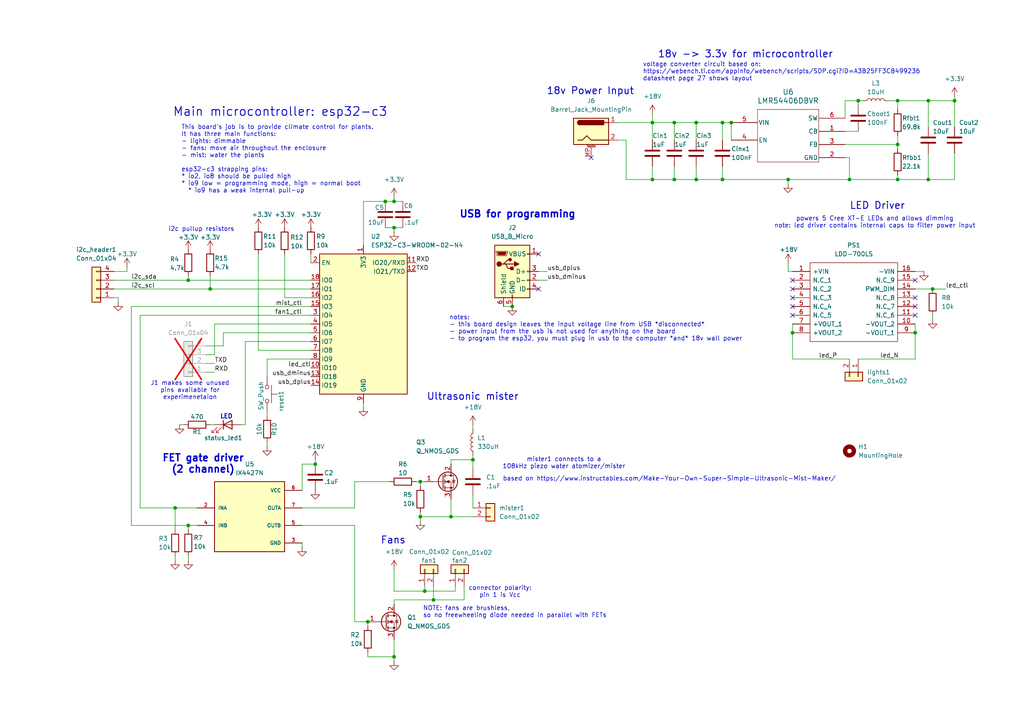
<source format=kicad_sch>
(kicad_sch (version 20250114) (generator "eeschema") (generator_version "9.0")
  (paper "A4")
  (title_block (title "Terrarium Control Board") (date "2025-05-10") (rev "v0.2"))
  (lib_symbols
    (symbol "+3.3V_2" (power) (pin_numbers (hide yes)) (pin_names (offset 0) (hide yes))
      (property "Value" "+3.3V" (at 0 3.556 0))
      (symbol "+3.3V_2_0_1"
        (polyline (pts (xy -0.762 1.27) (xy 0 2.54)))
        (polyline (pts (xy 0 2.54) (xy 0.762 1.27)))
        (polyline (pts (xy 0 0) (xy 0 2.54)))
      )
      (symbol "+3.3V_2_1_1"
        (pin power_in line (at 0 0 90) (length 0) (name "~") (number "1"))
      )
    )
    (symbol "Connector:Barrel_Jack_MountingPin" (pin_names (hide yes))
      (property "Reference" "J" (at 0 5.334 0))
      (property "Value" "Barrel_Jack_MountingPin" (at 1.27 -6.35 0))
      (symbol "Barrel_Jack_MountingPin_0_1"
        (rectangle (start -5.08 3.81) (end 5.08 -3.81) (stroke (width 0.254)) (fill (type background)))
        (polyline (pts (xy -3.81 -2.54) (xy -2.54 -2.54) (xy -1.27 -1.27) (xy 0 -2.54) (xy 2.54 -2.54) (xy 5.08 -2.54)) (stroke (width 0.254)))
        (arc (start -3.302 1.905) (mid -3.9343 2.54) (end -3.302 3.175) (stroke (width 0.254)))
        (arc (start -3.302 1.905) (mid -3.9343 2.54) (end -3.302 3.175) (stroke (width 0.254)) (fill (type outline)))
        (rectangle (start 3.683 3.175) (end -3.302 1.905) (stroke (width 0.254)) (fill (type outline)))
        (polyline (pts (xy 5.08 2.54) (xy 3.81 2.54)) (stroke (width 0.254)))
      )
      (symbol "Barrel_Jack_MountingPin_1_1"
        (polyline (pts (xy -1.016 -4.572) (xy 1.016 -4.572)) (stroke (width 0.1524)))
        (text "Mounting" (at 0 -4.191 0) (effects (font (size 0.381 0.381))))
        (pin passive line (at 0 -7.62 90) (length 3.048) (name "MountPin") (number "MP"))
        (pin passive line (at 7.62 2.54 180) (length 2.54) (name "~") (number "1"))
        (pin passive line (at 7.62 -2.54 180) (length 2.54) (name "~") (number "2"))
      )
    )
    (symbol "Connector:USB_B_Micro" (pin_names (offset 1.016))
      (property "Reference" "J" (at -5.08 11.43 0))
      (property "Value" "USB_B_Micro" (at -5.08 8.89 0))
      (symbol "USB_B_Micro_0_1"
        (rectangle (start -5.08 -7.62) (end 5.08 7.62) (stroke (width 0.254)) (fill (type background)))
        (polyline (pts (xy -4.699 5.842) (xy -4.699 5.588) (xy -4.445 4.826) (xy -4.445 4.572) (xy -1.651 4.572) (xy -1.651 4.826) (xy -1.397 5.588) (xy -1.397 5.842) (xy -4.699 5.842)))
        (polyline (pts (xy -4.318 5.588) (xy -1.778 5.588) (xy -2.032 4.826) (xy -4.064 4.826) (xy -4.318 5.588)) (fill (type outline)))
        (circle (center -3.81 2.159) (radius 0.635) (stroke (width 0.254)) (fill (type outline)))
        (polyline (pts (xy -3.175 2.159) (xy -2.54 2.159) (xy -1.27 3.429) (xy -0.635 3.429)) (stroke (width 0.254)))
        (polyline (pts (xy -2.54 2.159) (xy -1.905 2.159) (xy -1.27 0.889) (xy 0 0.889)) (stroke (width 0.254)))
        (polyline (pts (xy -1.905 2.159) (xy 0.635 2.159)) (stroke (width 0.254)))
        (circle (center -0.635 3.429) (radius 0.381) (stroke (width 0.254)) (fill (type outline)))
        (rectangle (start -0.127 -7.62) (end 0.127 -6.858))
        (rectangle (start 0.254 1.27) (end -0.508 0.508) (stroke (width 0.254)) (fill (type outline)))
        (polyline (pts (xy 0.635 2.794) (xy 0.635 1.524) (xy 1.905 2.159) (xy 0.635 2.794)) (stroke (width 0.254)) (fill (type outline)))
        (rectangle (start 5.08 4.953) (end 4.318 5.207))
        (rectangle (start 5.08 -0.127) (end 4.318 0.127))
        (rectangle (start 5.08 -2.667) (end 4.318 -2.413))
        (rectangle (start 5.08 -5.207) (end 4.318 -4.953))
      )
      (symbol "USB_B_Micro_1_1"
        (pin passive line (at -2.54 -10.16 90) (length 2.54) (name "Shield") (number "6"))
        (pin power_out line (at 0 -10.16 90) (length 2.54) (name "GND") (number "5"))
        (pin power_out line (at 7.62 5.08 180) (length 2.54) (name "VBUS") (number "1"))
        (pin bidirectional line (at 7.62 0 180) (length 2.54) (name "D+") (number "3"))
        (pin bidirectional line (at 7.62 -2.54 180) (length 2.54) (name "D-") (number "2"))
        (pin passive line (at 7.62 -5.08 180) (length 2.54) (name "ID") (number "4"))
      )
    )
    (symbol "Connector_Generic:Conn_01x02" (pin_names (offset 1.016) (hide yes))
      (property "Reference" "J" (at 0 2.54 0))
      (property "Value" "Conn_01x02" (at 0 -5.08 0))
      (symbol "Conn_01x02_1_1"
        (rectangle (start -1.27 1.27) (end 1.27 -3.81) (stroke (width 0.254)) (fill (type background)))
        (rectangle (start -1.27 0.127) (end 0 -0.127) (stroke (width 0.1524)))
        (rectangle (start -1.27 -2.413) (end 0 -2.667) (stroke (width 0.1524)))
        (pin passive line (at -5.08 0 0) (length 3.81) (name "Pin_1") (number "1"))
        (pin passive line (at -5.08 -2.54 0) (length 3.81) (name "Pin_2") (number "2"))
      )
    )
    (symbol "Connector_Generic:Conn_01x04" (pin_names (offset 1.016) (hide yes))
      (property "Reference" "J" (at 0 5.08 0))
      (property "Value" "Conn_01x04" (at 0 -7.62 0))
      (symbol "Conn_01x04_1_1"
        (rectangle (start -1.27 3.81) (end 1.27 -6.35) (stroke (width 0.254)) (fill (type background)))
        (rectangle (start -1.27 2.667) (end 0 2.413) (stroke (width 0.1524)))
        (rectangle (start -1.27 0.127) (end 0 -0.127) (stroke (width 0.1524)))
        (rectangle (start -1.27 -2.413) (end 0 -2.667) (stroke (width 0.1524)))
        (rectangle (start -1.27 -4.953) (end 0 -5.207) (stroke (width 0.1524)))
        (pin passive line (at -5.08 2.54 0) (length 3.81) (name "Pin_1") (number "1"))
        (pin passive line (at -5.08 0 0) (length 3.81) (name "Pin_2") (number "2"))
        (pin passive line (at -5.08 -2.54 0) (length 3.81) (name "Pin_3") (number "3"))
        (pin passive line (at -5.08 -5.08 0) (length 3.81) (name "Pin_4") (number "4"))
      )
    )
    (symbol "Device:C" (pin_numbers (hide yes)) (pin_names (offset 0.254))
      (property "Reference" "C" (at 0.635 2.54 0))
      (property "Value" "C" (at 0.635 -2.54 0))
      (symbol "C_0_1"
        (polyline (pts (xy -2.032 0.762) (xy 2.032 0.762)) (stroke (width 0.508)))
        (polyline (pts (xy -2.032 -0.762) (xy 2.032 -0.762)) (stroke (width 0.508)))
      )
      (symbol "C_1_1"
        (pin passive line (at 0 3.81 270) (length 2.794) (name "~") (number "1"))
        (pin passive line (at 0 -3.81 90) (length 2.794) (name "~") (number "2"))
      )
    )
    (symbol "Device:L" (pin_numbers (hide yes)) (pin_names (offset 1.016) (hide yes))
      (property "Reference" "L" (at -1.27 0 90))
      (property "Value" "L" (at 1.905 0 90))
      (symbol "L_0_1"
        (arc (start 0 2.54) (mid 0.6323 1.905) (end 0 1.27))
        (arc (start 0 1.27) (mid 0.6323 0.635) (end 0 0))
        (arc (start 0 0) (mid 0.6323 -0.635) (end 0 -1.27))
        (arc (start 0 -1.27) (mid 0.6323 -1.905) (end 0 -2.54))
      )
      (symbol "L_1_1"
        (pin passive line (at 0 3.81 270) (length 1.27) (name "1") (number "1"))
        (pin passive line (at 0 -3.81 90) (length 1.27) (name "2") (number "2"))
      )
    )
    (symbol "Device:LED" (pin_numbers (hide yes)) (pin_names (offset 1.016) (hide yes))
      (property "Reference" "D" (at 0 2.54 0))
      (property "Value" "LED" (at 0 -2.54 0))
      (symbol "LED_0_1"
        (polyline (pts (xy -3.048 -0.762) (xy -4.572 -2.286) (xy -3.81 -2.286) (xy -4.572 -2.286) (xy -4.572 -1.524)))
        (polyline (pts (xy -1.778 -0.762) (xy -3.302 -2.286) (xy -2.54 -2.286) (xy -3.302 -2.286) (xy -3.302 -1.524)))
        (polyline (pts (xy -1.27 0) (xy 1.27 0)))
        (polyline (pts (xy -1.27 -1.27) (xy -1.27 1.27)) (stroke (width 0.254)))
        (polyline (pts (xy 1.27 -1.27) (xy 1.27 1.27) (xy -1.27 0) (xy 1.27 -1.27)) (stroke (width 0.254)))
      )
      (symbol "LED_1_1"
        (pin passive line (at -3.81 0 0) (length 2.54) (name "K") (number "1"))
        (pin passive line (at 3.81 0 180) (length 2.54) (name "A") (number "2"))
      )
    )
    (symbol "Device:Q_NMOS_GDS" (pin_names (offset 0) (hide yes))
      (property "Reference" "Q" (at 5.08 1.27 0))
      (property "Value" "Q_NMOS_GDS" (at 5.08 -1.27 0))
      (symbol "Q_NMOS_GDS_0_1"
        (polyline (pts (xy 0.254 1.905) (xy 0.254 -1.905)) (stroke (width 0.254)))
        (polyline (pts (xy 0.254 0) (xy -2.54 0)))
        (polyline (pts (xy 0.762 2.286) (xy 0.762 1.27)) (stroke (width 0.254)))
        (polyline (pts (xy 0.762 0.508) (xy 0.762 -0.508)) (stroke (width 0.254)))
        (polyline (pts (xy 0.762 -1.27) (xy 0.762 -2.286)) (stroke (width 0.254)))
        (polyline (pts (xy 0.762 -1.778) (xy 3.302 -1.778) (xy 3.302 1.778) (xy 0.762 1.778)))
        (polyline (pts (xy 1.016 0) (xy 2.032 0.381) (xy 2.032 -0.381) (xy 1.016 0)) (fill (type outline)))
        (circle (center 1.651 0) (radius 2.794) (stroke (width 0.254)))
        (polyline (pts (xy 2.54 2.54) (xy 2.54 1.778)))
        (circle (center 2.54 1.778) (radius 0.254) (fill (type outline)))
        (circle (center 2.54 -1.778) (radius 0.254) (fill (type outline)))
        (polyline (pts (xy 2.54 -2.54) (xy 2.54 0) (xy 0.762 0)))
        (polyline (pts (xy 2.794 0.508) (xy 2.921 0.381) (xy 3.683 0.381) (xy 3.81 0.254)))
        (polyline (pts (xy 3.302 0.381) (xy 2.921 -0.254) (xy 3.683 -0.254) (xy 3.302 0.381)))
      )
      (symbol "Q_NMOS_GDS_1_1"
        (pin input line (at -5.08 0 0) (length 2.54) (name "G") (number "1"))
        (pin passive line (at 2.54 5.08 270) (length 2.54) (name "D") (number "2"))
        (pin passive line (at 2.54 -5.08 90) (length 2.54) (name "S") (number "3"))
      )
    )
    (symbol "Device:R" (pin_numbers (hide yes)) (pin_names (offset 0))
      (property "Reference" "R" (at 2.032 0 90))
      (property "Value" "R" (at 0 0 90))
      (symbol "R_0_1"
        (rectangle (start -1.016 -2.54) (end 1.016 2.54) (stroke (width 0.254)))
      )
      (symbol "R_1_1"
        (pin passive line (at 0 3.81 270) (length 1.27) (name "~") (number "1"))
        (pin passive line (at 0 -3.81 90) (length 1.27) (name "~") (number "2"))
      )
    )
    (symbol "GND_1" (power) (pin_numbers (hide yes)) (pin_names (offset 0) (hide yes))
      (property "Value" "GND" (at 0 -3.81 0))
      (symbol "GND_1_0_1"
        (polyline (pts (xy 0 0) (xy 0 -1.27) (xy 1.27 -1.27) (xy 0 -2.54) (xy -1.27 -1.27) (xy 0 -1.27)))
      )
      (symbol "GND_1_1_1"
        (pin power_in line (at 0 0 270) (length 0) (name "~") (number "1"))
      )
    )
    (symbol "GND_2" (power) (pin_numbers (hide yes)) (pin_names (offset 0) (hide yes))
      (property "Value" "GND" (at 0 -3.81 0))
      (symbol "GND_2_0_1"
        (polyline (pts (xy 0 0) (xy 0 -1.27) (xy 1.27 -1.27) (xy 0 -2.54) (xy -1.27 -1.27) (xy 0 -1.27)))
      )
      (symbol "GND_2_1_1"
        (pin power_in line (at 0 0 270) (length 0) (name "~") (number "1"))
      )
    )
    (symbol "GND_3" (power) (pin_numbers (hide yes)) (pin_names (offset 0) (hide yes))
      (property "Value" "GND" (at 0 -3.81 0))
      (symbol "GND_3_0_1"
        (polyline (pts (xy 0 0) (xy 0 -1.27) (xy 1.27 -1.27) (xy 0 -2.54) (xy -1.27 -1.27) (xy 0 -1.27)))
      )
      (symbol "GND_3_1_1"
        (pin power_in line (at 0 0 270) (length 0) (name "~") (number "1"))
      )
    )
    (symbol "GND_5" (power) (pin_numbers (hide yes)) (pin_names (offset 0) (hide yes))
      (property "Value" "GND" (at 0 -3.81 0))
      (symbol "GND_5_0_1"
        (polyline (pts (xy 0 0) (xy 0 -1.27) (xy 1.27 -1.27) (xy 0 -2.54) (xy -1.27 -1.27) (xy 0 -1.27)))
      )
      (symbol "GND_5_1_1"
        (pin power_in line (at 0 0 270) (length 0) (name "~") (number "1"))
      )
    )
    (symbol "GND_6" (power) (pin_numbers (hide yes)) (pin_names (offset 0) (hide yes))
      (property "Value" "GND" (at 0 -3.81 0))
      (symbol "GND_6_0_1"
        (polyline (pts (xy 0 0) (xy 0 -1.27) (xy 1.27 -1.27) (xy 0 -2.54) (xy -1.27 -1.27) (xy 0 -1.27)))
      )
      (symbol "GND_6_1_1"
        (pin power_in line (at 0 0 270) (length 0) (name "~") (number "1"))
      )
    )
    (symbol "IX4427N:IX4427N" (pin_names (offset 1.016))
      (property "Reference" "U" (at -10.168 10.8035 0))
      (property "Value" "IX4427N" (at -10.1659 -12.7074 0))
      (symbol "IX4427N_0_0"
        (rectangle (start -10.16 -10.16) (end 10.16 10.16) (stroke (width 0.254)) (fill (type background)))
        (pin input line (at -15.24 2.54 0) (length 5.08) (name "INA") (number "2"))
        (pin input line (at -15.24 -2.54 0) (length 5.08) (name "INB") (number "4"))
        (pin power_in line (at 15.24 7.62 180) (length 5.08) (name "VCC") (number "6"))
        (pin output line (at 15.24 2.54 180) (length 5.08) (name "OUTA") (number "7"))
        (pin output line (at 15.24 -2.54 180) (length 5.08) (name "OUTB") (number "5"))
        (pin power_in line (at 15.24 -7.62 180) (length 5.08) (name "GND") (number "3"))
      )
    )
    (symbol "LDD-700LS:LDD-700LS" (pin_names (offset 0.762))
      (property "Reference" "PS" (at 31.75 7.62 0))
      (property "Value" "LDD-700LS" (at 31.75 5.08 0))
      (symbol "LDD-700LS_0_0"
        (pin unspecified line (at 0 0 0) (length 5.08) (name "+VIN") (number "1"))
        (pin unspecified line (at 0 -2.54 0) (length 5.08) (name "N.C_1") (number "2"))
        (pin unspecified line (at 0 -5.08 0) (length 5.08) (name "N.C_2") (number "3"))
        (pin unspecified line (at 0 -7.62 0) (length 5.08) (name "N.C_3") (number "4"))
        (pin unspecified line (at 0 -10.16 0) (length 5.08) (name "N.C_4") (number "5"))
        (pin unspecified line (at 0 -12.7 0) (length 5.08) (name "N.C_5") (number "6"))
        (pin unspecified line (at 0 -15.24 0) (length 5.08) (name "+VOUT_1") (number "7"))
        (pin unspecified line (at 0 -17.78 0) (length 5.08) (name "+VOUT_2") (number "8"))
        (pin unspecified line (at 35.56 0 180) (length 5.08) (name "-VIN") (number "16"))
        (pin unspecified line (at 35.56 -2.54 180) (length 5.08) (name "N.C_9") (number "15"))
        (pin unspecified line (at 35.56 -5.08 180) (length 5.08) (name "PWM_DIM") (number "14"))
        (pin unspecified line (at 35.56 -7.62 180) (length 5.08) (name "N.C_8") (number "13"))
        (pin unspecified line (at 35.56 -10.16 180) (length 5.08) (name "N.C_7") (number "12"))
        (pin unspecified line (at 35.56 -12.7 180) (length 5.08) (name "N.C_6") (number "11"))
        (pin unspecified line (at 35.56 -15.24 180) (length 5.08) (name "-VOUT_2") (number "10"))
        (pin unspecified line (at 35.56 -17.78 180) (length 5.08) (name "-VOUT_1") (number "9"))
      )
      (symbol "LDD-700LS_0_1"
        (polyline (pts (xy 5.08 2.54) (xy 30.48 2.54) (xy 30.48 -20.32) (xy 5.08 -20.32) (xy 5.08 2.54)) (stroke (width 0.1524)))
      )
    )
    (symbol "LMR54406DBVR:LMR54406DBVR" (pin_names (offset 0.254))
      (property "Reference" "U" (at 16.51 8.89 0))
      (property "Value" "LMR54406DBVR" (at 16.51 6.35 0))
      (symbol "LMR54406DBVR_0_1"
        (polyline (pts (xy 7.62 5.08) (xy 7.62 -10.16)) (stroke (width 0.127)))
        (polyline (pts (xy 7.62 -10.16) (xy 25.4 -10.16)) (stroke (width 0.127)))
        (polyline (pts (xy 25.4 5.08) (xy 7.62 5.08)) (stroke (width 0.127)))
        (polyline (pts (xy 25.4 -10.16) (xy 25.4 5.08)) (stroke (width 0.127)))
        (pin power_in line (at 0 1.27 0) (length 7.62) (name "VIN") (number "5"))
        (pin unspecified line (at 0 -3.81 0) (length 7.62) (name "EN") (number "4"))
        (pin power_in line (at 33.02 2.54 180) (length 7.62) (name "SW") (number "6"))
        (pin power_in line (at 33.02 -1.27 180) (length 7.62) (name "CB") (number "1"))
        (pin unspecified line (at 33.02 -5.08 180) (length 7.62) (name "FB") (number "3"))
        (pin power_out line (at 33.02 -8.89 180) (length 7.62) (name "GND") (number "2"))
      )
    )
    (symbol "Mechanical:MountingHole" (pin_names (offset 1.016)) (exclude_from_sim yes) (in_bom no)
      (property "Reference" "H" (at 0 5.08 0))
      (property "Value" "MountingHole" (at 0 3.175 0))
      (symbol "MountingHole_0_1"
        (circle (center 0 0) (radius 1.27) (stroke (width 1.27)))
      )
    )
    (symbol "RF_Module:ESP32-C3-WROOM-02"
      (property "Reference" "U" (at -12.192 21.336 0))
      (property "Value" "ESP32-C3-WROOM-02" (at 12.192 21.336 0))
      (symbol "ESP32-C3-WROOM-02_1_1"
        (rectangle (start -12.7 20.32) (end 12.7 -20.32) (stroke (width 0.254)) (fill (type background)))
        (pin input line (at -15.24 17.78 0) (length 2.54) (name "EN") (number "2"))
        (pin bidirectional line (at -15.24 12.7 0) (length 2.54) (name "IO0") (number "18"))
        (pin bidirectional line (at -15.24 10.16 0) (length 2.54) (name "IO1") (number "17"))
        (pin bidirectional line (at -15.24 7.62 0) (length 2.54) (name "IO2") (number "16"))
        (pin bidirectional line (at -15.24 5.08 0) (length 2.54) (name "IO3") (number "15"))
        (pin bidirectional line (at -15.24 2.54 0) (length 2.54) (name "IO4") (number "3"))
        (pin bidirectional line (at -15.24 0 0) (length 2.54) (name "IO5") (number "4"))
        (pin bidirectional line (at -15.24 -2.54 0) (length 2.54) (name "IO6") (number "5"))
        (pin bidirectional line (at -15.24 -5.08 0) (length 2.54) (name "IO7") (number "6"))
        (pin bidirectional line (at -15.24 -7.62 0) (length 2.54) (name "IO8") (number "7"))
        (pin bidirectional line (at -15.24 -10.16 0) (length 2.54) (name "IO9") (number "8"))
        (pin bidirectional line (at -15.24 -12.7 0) (length 2.54) (name "IO10") (number "10"))
        (pin bidirectional line (at -15.24 -15.24 0) (length 2.54) (name "IO18") (number "13"))
        (pin bidirectional line (at -15.24 -17.78 0) (length 2.54) (name "IO19") (number "14"))
        (pin power_in line (at 0 22.86 270) (length 2.54) (name "3V3") (number "1"))
        (pin passive line (at 0 -22.86 90) (length 2.54) (hide yes) (name "GND") (number "19"))
        (pin power_in line (at 0 -22.86 90) (length 2.54) (name "GND") (number "9"))
        (pin bidirectional line (at 15.24 17.78 180) (length 2.54) (name "IO20/RXD") (number "11"))
        (pin bidirectional line (at 15.24 15.24 180) (length 2.54) (name "IO21/TXD") (number "12"))
      )
    )
    (symbol "Switch:SW_Push" (pin_numbers (hide yes)) (pin_names (offset 1.016) (hide yes))
      (property "Reference" "SW" (at 1.27 2.54 0))
      (property "Value" "SW_Push" (at 0 -1.524 0))
      (symbol "SW_Push_0_1"
        (circle (center -2.032 0) (radius 0.508))
        (polyline (pts (xy 0 1.27) (xy 0 3.048)))
        (circle (center 2.032 0) (radius 0.508))
        (polyline (pts (xy 2.54 1.27) (xy -2.54 1.27)))
        (pin passive line (at -5.08 0 0) (length 2.54) (name "1") (number "1"))
        (pin passive line (at 5.08 0 180) (length 2.54) (name "2") (number "2"))
      )
    )
    (symbol "power:+3.3V" (power) (pin_names (offset 0))
      (property "Value" "+3.3V" (at 0 3.556 0))
      (symbol "+3.3V_0_1"
        (polyline (pts (xy -0.762 1.27) (xy 0 2.54)))
        (polyline (pts (xy 0 2.54) (xy 0.762 1.27)))
        (polyline (pts (xy 0 0) (xy 0 2.54)))
      )
      (symbol "+3.3V_1_1"
        (pin power_in line (at 0 0 90) (length 0) (hide yes) (name "+3.3V") (number "1"))
      )
    )
    (symbol "power:GND" (power) (pin_names (offset 0))
      (property "Value" "GND" (at 0 -3.81 0))
      (symbol "GND_0_1"
        (polyline (pts (xy 0 0) (xy 0 -1.27) (xy 1.27 -1.27) (xy 0 -2.54) (xy -1.27 -1.27) (xy 0 -1.27)))
      )
      (symbol "GND_1_1"
        (pin power_in line (at 0 0 270) (length 0) (hide yes) (name "GND") (number "1"))
      )
    )
    (symbol "power_v18:+18v" (power) (pin_names (offset 0))
      (property "Value" "+18v" (at 0 3.556 0))
      (symbol "+18v_0_1"
        (polyline (pts (xy -0.762 1.27) (xy 0 2.54)))
        (polyline (pts (xy 0 2.54) (xy 0.762 1.27)))
        (polyline (pts (xy 0 0) (xy 0 2.54)))
      )
      (symbol "+18v_1_1"
        (pin power_in line (at 0 0 90) (length 0) (hide yes) (name "+18V") (number "1"))
      )
    )
  )
  (text "NOTE: fans are brushless,\nso no freewheeling diode needed in parallel with FETs" (at 122.682 179.324 0) (effects (font (size 1.27 1.27)) (justify left bottom)))
  (text "Ultrasonic mister" (at 123.698 116.332 0) (effects (font (size 2.032 2.032) (thickness 0.254) (bold yes)) (justify left bottom)))
  (text "i2c pullup resistors" (at 58.42 66.548 0) (effects (font (size 1.27 1.27))))
  (text "Fans\n" (at 114.046 157.988 0) (effects (font (size 2.032 2.032) (thickness 0.254) (bold yes)) (justify bottom)))
  (text "based on https://www.instructables.com/Make-Your-Own-Super-Simple-Ultrasonic-Mist-Maker/" (at 145.796 139.7 0) (effects (font (size 1.27 1.27)) (justify left bottom)))
  (text "J1 makes some unused\npins available for\nexperimenetaion" (at 55.118 113.284 0) (effects (font (size 1.27 1.27))))
  (text "FET gate driver\n(2 channel)" (at 58.928 134.62 0) (effects (font (size 2.032 2.032) (thickness 0.4064) (bold yes))))
  (text "USB for programming" (at 150.114 62.23 0) (effects (font (size 2.032 2.032) (thickness 0.4064) (bold yes))))
  (text "LED" (at 67.564 121.666 0) (effects (font (size 1.27 1.27) (thickness 0.254) (bold yes)) (justify right bottom)))
  (text "powers 5 Cree XT-E LEDs and allows dimming\nnote: led driver contains internal caps to filter power input" (at 253.746 66.294 0) (effects (font (size 1.27 1.27)) (justify bottom)))
  (text "18v Power Input" (at 158.496 27.686 0) (effects (font (size 2.032 2.032) (thickness 0.254) (bold yes)) (justify left bottom)))
  (text "notes:\n- this board design leaves the input voltage line from USB *disconnected*\n- power input from the usb is not used for anything on the board\n- to program the esp32, you must plug in usb to the computer *and* 18v wall power" (at 130.302 95.25 0) (effects (font (size 1.27 1.27)) (justify left)))
  (text "voltage converter circuit based on:\nhttps://webench.ti.com/appinfo/webench/scripts/SDP.cgi?ID=A3B25FF3CB499236\ndatasheet page 27 shows layout" (at 186.436 23.622 0) (effects (font (size 1.27 1.27)) (justify left bottom)))
  (text "18v -> 3.3v for microcontroller" (at 190.754 17.018 0) (effects (font (size 2.032 2.032) (thickness 0.254) (bold yes)) (justify left bottom)))
  (text "mister1 connects to a\n108kHz piezo water atomizer/mister" (at 163.576 134.366 0) (effects (font (size 1.27 1.27))))
  (text "This board's job is to provide climate control for plants.\nIt has three main functions:\n- lights: dimmable\n- fans: move air throughout the enclosure\n- mist: water the plants\n\nesp32-c3 strapping pins:\n* io2, io8 should be pulled high\n* io9 low = programming mode, high = normal boot\n  * io9 has a weak internal pull-up" (at 52.578 56.134 0) (effects (font (size 1.27 1.27)) (justify left bottom)))
  (text "Main microcontroller: esp32-c3" (at 81.28 34.036 0) (effects (font (size 2.54 2.54) (thickness 0.254) (bold yes)) (justify bottom)))
  (text "connector polarity:\npin 1 is Vcc" (at 145.034 171.704 0) (effects (font (size 1.27 1.27))))
  (text "LED Driver" (at 246.38 60.96 0) (effects (font (size 2.032 2.032) (thickness 0.254) (bold yes)) (justify left bottom)))
  (junction (at 123.19 171.45))
  (junction (at 121.92 149.86))
  (junction (at 195.58 52.07))
  (junction (at 189.23 52.07))
  (junction (at 260.35 52.07))
  (junction (at 130.81 149.86))
  (junction (at 114.3 66.04))
  (junction (at 212.09 35.56))
  (junction (at 229.87 96.52))
  (junction (at 209.55 35.56))
  (junction (at 125.73 173.99))
  (junction (at 228.6 52.07))
  (junction (at 54.61 152.4))
  (junction (at 114.3 190.5))
  (junction (at 54.61 81.28))
  (junction (at 269.24 29.21))
  (junction (at 111.76 58.42))
  (junction (at 269.24 52.07))
  (junction (at 195.58 35.56))
  (junction (at 209.55 52.07))
  (junction (at 106.68 180.34))
  (junction (at 201.93 35.56))
  (junction (at 114.3 58.42))
  (junction (at 148.59 88.9))
  (junction (at 60.96 83.82))
  (junction (at 201.93 52.07))
  (junction (at 276.86 29.21))
  (junction (at 137.16 133.35))
  (junction (at 91.44 134.62))
  (junction (at 50.8 147.32))
  (junction (at 265.43 96.52))
  (junction (at 270.51 83.82))
  (junction (at 246.38 52.07))
  (junction (at 260.35 41.91))
  (junction (at 248.92 29.21))
  (junction (at 189.23 35.56))
  (junction (at 260.35 29.21))
  (junction (at 121.92 139.7))
  (no_connect (at 229.87 86.36))
  (no_connect (at 265.43 88.9))
  (no_connect (at 171.45 45.72))
  (no_connect (at 229.87 88.9))
  (no_connect (at 229.87 83.82))
  (no_connect (at 229.87 81.28))
  (no_connect (at 265.43 86.36))
  (no_connect (at 265.43 81.28))
  (no_connect (at 265.43 91.44))
  (no_connect (at 229.87 91.44))
  (no_connect (at 156.21 83.82))
  (no_connect (at 156.21 73.66))
  (wire (pts (xy 245.11 45.72) (xy 246.38 45.72)))
  (wire (pts (xy 64.77 96.52) (xy 64.77 100.33)))
  (wire (pts (xy 246.38 52.07) (xy 260.35 52.07)))
  (wire (pts (xy 181.61 40.64) (xy 181.61 52.07)))
  (wire (pts (xy 195.58 52.07) (xy 201.93 52.07)))
  (wire (pts (xy 248.92 104.14) (xy 265.43 104.14)))
  (wire (pts (xy 229.87 96.52) (xy 229.87 104.14)))
  (wire (pts (xy 111.76 58.42) (xy 114.3 58.42)))
  (wire (pts (xy 82.55 86.36) (xy 82.55 73.66)))
  (wire (pts (xy 102.87 180.34) (xy 106.68 180.34)))
  (wire (pts (xy 137.16 123.19) (xy 137.16 124.46)))
  (wire (pts (xy 114.3 66.04) (xy 114.3 67.31)))
  (wire (pts (xy 209.55 52.07) (xy 209.55 48.26)))
  (wire (pts (xy 34.29 86.36) (xy 33.02 86.36)))
  (wire (pts (xy 120.65 139.7) (xy 121.92 139.7)))
  (wire (pts (xy 54.61 161.29) (xy 54.61 162.56)))
  (wire (pts (xy 269.24 29.21) (xy 276.86 29.21)))
  (wire (pts (xy 265.43 78.74) (xy 267.97 78.74)))
  (wire (pts (xy 91.44 133.35) (xy 91.44 134.62)))
  (wire (pts (xy 90.17 101.6) (xy 74.93 101.6)))
  (wire (pts (xy 77.47 104.14) (xy 90.17 104.14)))
  (wire (pts (xy 123.19 170.18) (xy 123.19 171.45)))
  (wire (pts (xy 209.55 35.56) (xy 212.09 35.56)))
  (wire (pts (xy 36.83 78.74) (xy 36.83 77.47)))
  (wire (pts (xy 54.61 152.4) (xy 54.61 153.67)))
  (wire (pts (xy 229.87 104.14) (xy 246.38 104.14)))
  (wire (pts (xy 53.34 123.19) (xy 52.07 123.19)))
  (wire (pts (xy 189.23 33.02) (xy 189.23 35.56)))
  (wire (pts (xy 130.81 133.35) (xy 130.81 134.62)))
  (wire (pts (xy 228.6 76.2) (xy 228.6 78.74)))
  (wire (pts (xy 123.19 171.45) (xy 114.3 171.45)))
  (wire (pts (xy 74.93 73.66) (xy 74.93 101.6)))
  (wire (pts (xy 64.77 100.33) (xy 59.69 100.33)))
  (wire (pts (xy 105.41 116.84) (xy 105.41 118.11)))
  (wire (pts (xy 181.61 52.07) (xy 189.23 52.07)))
  (wire (pts (xy 60.96 80.01) (xy 60.96 83.82)))
  (wire (pts (xy 265.43 93.98) (xy 265.43 96.52)))
  (wire (pts (xy 130.81 144.78) (xy 130.81 149.86)))
  (wire (pts (xy 248.92 29.21) (xy 250.19 29.21)))
  (wire (pts (xy 50.8 147.32) (xy 50.8 153.67)))
  (wire (pts (xy 59.69 107.95) (xy 62.23 107.95)))
  (wire (pts (xy 33.02 81.28) (xy 54.61 81.28)))
  (wire (pts (xy 260.35 31.75) (xy 260.35 29.21)))
  (wire (pts (xy 137.16 143.51) (xy 137.16 147.32)))
  (wire (pts (xy 114.3 185.42) (xy 114.3 190.5)))
  (wire (pts (xy 246.38 45.72) (xy 246.38 52.07)))
  (wire (pts (xy 111.76 66.04) (xy 114.3 66.04)))
  (wire (pts (xy 270.51 91.44) (xy 270.51 92.71)))
  (wire (pts (xy 195.58 48.26) (xy 195.58 52.07)))
  (wire (pts (xy 276.86 36.83) (xy 276.86 29.21)))
  (wire (pts (xy 102.87 180.34) (xy 102.87 152.4)))
  (wire (pts (xy 102.87 139.7) (xy 113.03 139.7)))
  (wire (pts (xy 77.47 120.65) (xy 77.47 119.38)))
  (wire (pts (xy 114.3 165.1) (xy 114.3 171.45)))
  (wire (pts (xy 114.3 66.04) (xy 116.84 66.04)))
  (wire (pts (xy 146.05 88.9) (xy 148.59 88.9)))
  (wire (pts (xy 270.51 83.82) (xy 274.32 83.82)))
  (wire (pts (xy 38.1 152.4) (xy 54.61 152.4)))
  (wire (pts (xy 64.77 96.52) (xy 90.17 96.52)))
  (wire (pts (xy 54.61 81.28) (xy 90.17 81.28)))
  (wire (pts (xy 59.69 105.41) (xy 62.23 105.41)))
  (wire (pts (xy 60.96 83.82) (xy 90.17 83.82)))
  (wire (pts (xy 265.43 104.14) (xy 265.43 96.52)))
  (wire (pts (xy 87.63 134.62) (xy 91.44 134.62)))
  (wire (pts (xy 189.23 52.07) (xy 189.23 48.26)))
  (wire (pts (xy 121.92 148.59) (xy 121.92 149.86)))
  (wire (pts (xy 179.07 40.64) (xy 181.61 40.64)))
  (wire (pts (xy 60.96 123.19) (xy 62.23 123.19)))
  (wire (pts (xy 195.58 35.56) (xy 201.93 35.56)))
  (wire (pts (xy 276.86 52.07) (xy 276.86 44.45)))
  (wire (pts (xy 269.24 52.07) (xy 269.24 44.45)))
  (wire (pts (xy 90.17 73.66) (xy 90.17 76.2)))
  (wire (pts (xy 106.68 190.5) (xy 114.3 190.5)))
  (wire (pts (xy 260.35 29.21) (xy 269.24 29.21)))
  (wire (pts (xy 201.93 52.07) (xy 209.55 52.07)))
  (wire (pts (xy 105.41 58.42) (xy 105.41 71.12)))
  (wire (pts (xy 132.08 171.45) (xy 123.19 171.45)))
  (wire (pts (xy 212.09 40.64) (xy 212.09 35.56)))
  (wire (pts (xy 132.08 170.18) (xy 132.08 171.45)))
  (wire (pts (xy 134.62 170.18) (xy 134.62 173.99)))
  (wire (pts (xy 269.24 52.07) (xy 276.86 52.07)))
  (wire (pts (xy 245.11 29.21) (xy 248.92 29.21)))
  (wire (pts (xy 77.47 128.27) (xy 77.47 129.54)))
  (wire (pts (xy 33.02 78.74) (xy 36.83 78.74)))
  (wire (pts (xy 50.8 147.32) (xy 57.15 147.32)))
  (wire (pts (xy 87.63 147.32) (xy 102.87 147.32)))
  (wire (pts (xy 50.8 161.29) (xy 50.8 162.56)))
  (wire (pts (xy 125.73 170.18) (xy 125.73 173.99)))
  (wire (pts (xy 201.93 35.56) (xy 209.55 35.56)))
  (wire (pts (xy 137.16 133.35) (xy 137.16 135.89)))
  (wire (pts (xy 130.81 149.86) (xy 137.16 149.86)))
  (wire (pts (xy 228.6 52.07) (xy 209.55 52.07)))
  (wire (pts (xy 114.3 58.42) (xy 116.84 58.42)))
  (wire (pts (xy 156.21 81.28) (xy 158.75 81.28)))
  (wire (pts (xy 62.23 93.98) (xy 90.17 93.98)))
  (wire (pts (xy 201.93 35.56) (xy 201.93 40.64)))
  (wire (pts (xy 201.93 52.07) (xy 201.93 48.26)))
  (wire (pts (xy 62.23 93.98) (xy 62.23 102.87)))
  (wire (pts (xy 87.63 134.62) (xy 87.63 142.24)))
  (wire (pts (xy 40.64 147.32) (xy 50.8 147.32)))
  (wire (pts (xy 121.92 149.86) (xy 130.81 149.86)))
  (wire (pts (xy 71.12 123.19) (xy 71.12 99.06)))
  (wire (pts (xy 77.47 109.22) (xy 77.47 104.14)))
  (wire (pts (xy 54.61 80.01) (xy 54.61 81.28)))
  (wire (pts (xy 260.35 52.07) (xy 269.24 52.07)))
  (wire (pts (xy 38.1 88.9) (xy 90.17 88.9)))
  (wire (pts (xy 114.3 58.42) (xy 114.3 57.15)))
  (wire (pts (xy 269.24 29.21) (xy 269.24 36.83)))
  (wire (pts (xy 87.63 152.4) (xy 102.87 152.4)))
  (wire (pts (xy 40.64 91.44) (xy 90.17 91.44)))
  (wire (pts (xy 229.87 93.98) (xy 229.87 96.52)))
  (wire (pts (xy 33.02 83.82) (xy 60.96 83.82)))
  (wire (pts (xy 82.55 86.36) (xy 90.17 86.36)))
  (wire (pts (xy 114.3 191.77) (xy 114.3 190.5)))
  (wire (pts (xy 189.23 52.07) (xy 195.58 52.07)))
  (wire (pts (xy 265.43 83.82) (xy 270.51 83.82)))
  (wire (pts (xy 245.11 41.91) (xy 260.35 41.91)))
  (wire (pts (xy 59.69 102.87) (xy 62.23 102.87)))
  (wire (pts (xy 228.6 78.74) (xy 229.87 78.74)))
  (wire (pts (xy 137.16 133.35) (xy 137.16 132.08)))
  (wire (pts (xy 106.68 181.61) (xy 106.68 180.34)))
  (wire (pts (xy 209.55 35.56) (xy 209.55 40.64)))
  (wire (pts (xy 189.23 40.64) (xy 189.23 35.56)))
  (wire (pts (xy 228.6 52.07) (xy 228.6 53.34)))
  (wire (pts (xy 111.76 58.42) (xy 105.41 58.42)))
  (wire (pts (xy 71.12 99.06) (xy 90.17 99.06)))
  (wire (pts (xy 195.58 35.56) (xy 195.58 40.64)))
  (wire (pts (xy 260.35 41.91) (xy 260.35 43.18)))
  (wire (pts (xy 106.68 190.5) (xy 106.68 189.23)))
  (wire (pts (xy 248.92 29.21) (xy 248.92 30.48)))
  (wire (pts (xy 245.11 38.1) (xy 248.92 38.1)))
  (wire (pts (xy 38.1 88.9) (xy 38.1 152.4)))
  (wire (pts (xy 179.07 35.56) (xy 189.23 35.56)))
  (wire (pts (xy 102.87 147.32) (xy 102.87 139.7)))
  (wire (pts (xy 40.64 91.44) (xy 40.64 147.32)))
  (wire (pts (xy 260.35 50.8) (xy 260.35 52.07)))
  (wire (pts (xy 125.73 173.99) (xy 134.62 173.99)))
  (wire (pts (xy 228.6 52.07) (xy 246.38 52.07)))
  (wire (pts (xy 260.35 39.37) (xy 260.35 41.91)))
  (wire (pts (xy 189.23 35.56) (xy 195.58 35.56)))
  (wire (pts (xy 121.92 140.97) (xy 121.92 139.7)))
  (wire (pts (xy 87.63 157.48) (xy 87.63 158.75)))
  (wire (pts (xy 276.86 27.94) (xy 276.86 29.21)))
  (wire (pts (xy 130.81 133.35) (xy 137.16 133.35)))
  (wire (pts (xy 245.11 34.29) (xy 245.11 29.21)))
  (wire (pts (xy 54.61 152.4) (xy 57.15 152.4)))
  (wire (pts (xy 156.21 78.74) (xy 158.75 78.74)))
  (wire (pts (xy 257.81 29.21) (xy 260.35 29.21)))
  (wire (pts (xy 114.3 173.99) (xy 125.73 173.99)))
  (wire (pts (xy 34.29 86.36) (xy 34.29 87.63)))
  (wire (pts (xy 121.92 151.13) (xy 121.92 149.86)))
  (wire (pts (xy 123.19 139.7) (xy 121.92 139.7)))
  (wire (pts (xy 71.12 123.19) (xy 69.85 123.19)))
  (wire (pts (xy 114.3 173.99) (xy 114.3 175.26)))
  (label "RXD" (at 62.23 107.95 0))
  (label "i2c_sda" (at 38.1 81.28 0))
  (label "i2c_scl" (at 38.1 83.82 0))
  (label "RXD" (at 120.65 76.2 0))
  (label "led_ctl" (at 274.32 83.82 0))
  (label "fan1_ctl" (at 87.63 91.44 180))
  (label "usb_dplus" (at 90.17 111.76 180))
  (label "led_N" (at 255.27 104.14 0))
  (label "usb_dminus" (at 158.75 81.28 0))
  (label "usb_dminus" (at 90.17 109.22 180))
  (label "TXD" (at 62.23 105.41 0))
  (label "TXD" (at 120.65 78.74 0))
  (label "led_P" (at 237.49 104.14 0))
  (label "usb_dplus" (at 158.75 78.74 0))
  (label "led_ctl" (at 90.17 106.68 180))
  (label "mist_ctl" (at 87.63 88.9 180))
  (symbol (lib_id "Device:L") (at 254 29.21 90) (unit 1)
    (property "Reference" "L3" (at 254 24.13 90))
    (property "Value" "10uH" (at 254 26.67 90))
    (property "Footprint" "Inductor_SMD:L_Vishay_IHLP-2020" (effects (hide yes)))
    (property "digikey#" "SRN6045-100MCT-ND" (effects (hide yes)))
    (property "LCSC Part #" "C844983" (effects (hide yes)))
  )
  (symbol (lib_id "Device:C") (at 209.55 44.45 0) (unit 1)
    (property "Reference" "Cinx1" (at 212.09 43.18 0) (effects (justify left)))
    (property "Value" "100nF" (at 212.09 45.72 0) (effects (justify left)))
    (property "Footprint" "Resistor_SMD:R_0603_1608Metric" (effects (hide yes)))
    (property "LCSC Part #" "C14663" (effects (hide yes)))
  )
  (symbol (lib_name "GND_5") (lib_id "power:GND") (at 114.3 67.31 0) (unit 1)
    (property "Reference" "#PWR025" (effects (hide yes)))
    (property "Value" "GND" (effects (hide yes)))
    (property "Description" "Power symbol creates a global label with name \"GND\" , ground" (effects (hide yes)))
  )
  (symbol (lib_id "Device:C") (at 195.58 44.45 0) (unit 1)
    (property "Reference" "Cin2" (at 195.58 39.37 0) (effects (justify left)))
    (property "Value" "1uF" (at 195.58 41.91 0) (effects (justify left)))
    (property "Footprint" "Resistor_SMD:R_0603_1608Metric" (effects (hide yes)))
    (property "LCSC Part #" "C15849" (effects (hide yes)))
  )
  (symbol (lib_id "Device:C") (at 111.76 62.23 0) (unit 1)
    (property "Reference" "C5" (at 108.712 60.198 0) (effects (justify left)))
    (property "Value" "10uF" (at 106.68 64.516 0) (effects (justify left)))
    (property "Footprint" "Capacitor_SMD:C_0805_2012Metric" (effects (hide yes)))
    (property "Description" "Unpolarized capacitor" (effects (hide yes)))
    (property "LCSC Part #" "C15850" (effects (hide yes)))
  )
  (symbol (lib_id "Device:C") (at 248.92 34.29 0) (unit 1)
    (property "Reference" "Cboot1" (at 251.46 33.02 0) (effects (justify left)))
    (property "Value" "100nF" (at 251.46 35.56 0) (effects (justify left)))
    (property "Footprint" "Capacitor_SMD:C_0402_1005Metric" (effects (hide yes)))
    (property "LCSC Part #" "C1525" (effects (hide yes)))
  )
  (symbol (lib_id "Device:R") (at 54.61 76.2 0) (unit 1)
    (property "Reference" "R4" (at 49.276 75.184 0) (effects (justify left)))
    (property "Value" "4.7k" (at 49.276 77.724 0) (effects (justify left)))
    (property "Footprint" "Resistor_SMD:R_0603_1608Metric_Pad0.98x0.95mm_HandSolder" (effects (hide yes)))
    (property "LCSC Part #" "C23162" (effects (hide yes)))
  )
  (symbol (lib_id "power:+3.3V") (at 114.3 57.15 0) (unit 1)
    (property "Reference" "#PWR015" (effects (hide yes)))
    (property "Value" "+3.3V" (at 114.3 52.07 0))
  )
  (symbol (lib_id "power:GND") (at 121.92 151.13 0) (unit 1)
    (property "Reference" "#PWR034" (effects (hide yes)))
    (property "Value" "GND" (effects (hide yes)))
  )
  (symbol (lib_name "GND_1") (lib_id "power:GND") (at 270.51 92.71 0) (unit 1)
    (property "Reference" "#PWR027" (effects (hide yes)))
    (property "Value" "GND" (effects (hide yes)))
    (property "Description" "Power symbol creates a global label with name \"GND\" , ground" (effects (hide yes)))
  )
  (symbol (lib_id "power:GND") (at 50.8 162.56 0) (unit 1)
    (property "Reference" "#PWR06" (effects (hide yes)))
    (property "Value" "GND" (effects (hide yes)))
  )
  (symbol (lib_id "Device:C") (at 116.84 62.23 0) (unit 1)
    (property "Reference" "C6" (at 117.094 59.69 0) (effects (justify left)))
    (property "Value" ".1uF" (at 117.348 64.516 0) (effects (justify left)))
    (property "Footprint" "Capacitor_SMD:C_0805_2012Metric" (effects (hide yes)))
    (property "Description" "Unpolarized capacitor" (effects (hide yes)))
    (property "LCSC Part #" "C28233" (effects (hide yes)))
  )
  (symbol (lib_id "power:GND") (at 77.47 129.54 0) (unit 1)
    (property "Reference" "#PWR08" (effects (hide yes)))
    (property "Value" "GND" (effects (hide yes)))
  )
  (symbol (lib_id "Device:C") (at 201.93 44.45 0) (unit 1)
    (property "Reference" "Cin3" (at 201.93 39.37 0) (effects (justify left)))
    (property "Value" "1uF" (at 201.93 41.91 0) (effects (justify left)))
    (property "Footprint" "Resistor_SMD:R_0603_1608Metric" (effects (hide yes)))
    (property "LCSC Part #" "C15849" (effects (hide yes)))
  )
  (symbol (lib_id "Device:R") (at 77.47 124.46 180) (unit 1)
    (property "Reference" "R10" (at 79.502 124.46 90))
    (property "Value" "10k" (at 75.184 124.46 90))
    (property "Footprint" "Resistor_SMD:R_0603_1608Metric_Pad0.98x0.95mm_HandSolder" (effects (hide yes)))
    (property "LCSC Part #" "C25804" (effects (hide yes)))
  )
  (symbol (lib_id "Device:R") (at 106.68 185.42 0) (unit 1)
    (property "Reference" "R2" (at 101.6 184.15 0) (effects (justify left)))
    (property "Value" "10k" (at 101.6 186.69 0) (effects (justify left)))
    (property "Footprint" "Resistor_SMD:R_0603_1608Metric_Pad0.98x0.95mm_HandSolder" (effects (hide yes)))
    (property "LCSC Part #" "C25804" (effects (hide yes)))
  )
  (symbol (lib_id "Device:C") (at 91.44 138.43 0) (unit 1)
    (property "Reference" "C2" (at 93.98 137.16 0) (effects (justify left)))
    (property "Value" ".1uF" (at 93.98 139.7 0) (effects (justify left)))
    (property "Footprint" "Capacitor_SMD:C_0805_2012Metric" (effects (hide yes)))
    (property "Description" "Unpolarized capacitor" (effects (hide yes)))
    (property "LCSC Part #" "C28233" (effects (hide yes)))
  )
  (symbol (lib_name "GND_1") (lib_id "power:GND") (at 267.97 78.74 0) (unit 1)
    (property "Reference" "#PWR026" (effects (hide yes)))
    (property "Value" "GND" (effects (hide yes)))
    (property "Description" "Power symbol creates a global label with name \"GND\" , ground" (effects (hide yes)))
  )
  (symbol (lib_id "power:+3.3V") (at 36.83 77.47 0) (unit 1)
    (property "Reference" "#PWR045" (effects (hide yes)))
    (property "Value" "+3.3V" (at 36.83 73.66 0))
  )
  (symbol (lib_id "power_v18:+18v") (at 137.16 123.19 0) (unit 1)
    (property "Reference" "#PWR03" (effects (hide yes)))
    (property "Value" "+18V" (at 137.16 118.11 0))
  )
  (symbol (lib_id "power:+3.3V") (at 54.61 72.39 0) (unit 1)
    (property "Reference" "#PWR046" (effects (hide yes)))
    (property "Value" "+3.3V" (at 54.61 68.834 0))
  )
  (symbol (lib_id "Device:R") (at 116.84 139.7 90) (unit 1)
    (property "Reference" "R6" (at 116.84 134.62 90))
    (property "Value" "10" (at 116.84 137.16 90))
    (property "Footprint" "Resistor_SMD:R_0603_1608Metric_Pad0.98x0.95mm_HandSolder" (effects (hide yes)))
    (property "LCSC Part #" "C22859" (effects (hide yes)))
  )
  (symbol (lib_id "power:GND") (at 114.3 191.77 0) (unit 1)
    (property "Reference" "#PWR04" (effects (hide yes)))
    (property "Value" "GND" (effects (hide yes)))
  )
  (symbol (lib_id "Device:Q_NMOS_GDS") (at 111.76 180.34 0) (unit 1)
    (property "Reference" "Q1" (at 118.11 179.07 0) (effects (justify left)))
    (property "Value" "Q_NMOS_GDS" (at 118.11 181.61 0) (effects (justify left)))
    (property "Footprint" "lib:SOT-23-3-pinswapped-mosfet" (effects (hide yes)))
    (property "LCSC Part #" "C7420571" (effects (hide yes)))
  )
  (symbol (lib_id "power:GND") (at 105.41 118.11 0) (unit 1)
    (property "Reference" "#PWR016" (effects (hide yes)))
    (property "Value" "GND" (effects (hide yes)))
  )
  (symbol (lib_id "IX4427N:IX4427N") (at 72.39 149.86 0) (unit 1)
    (property "Reference" "U5" (at 72.39 134.62 0))
    (property "Value" "IX4427N" (at 72.39 137.16 0))
    (property "Footprint" "Package_SO:SOIC-8-1EP_3.9x4.9mm_P1.27mm_EP2.29x3mm" (effects (hide yes)))
    (property "MF" "IXYS Integrated Circuits Division" (effects (hide yes)))
    (property "Description_1" "\nLow-Side Gate Driver IC Non-Inverting 8-SOIC\n" (effects (hide yes)))
    (property "Package" "None" (effects (hide yes)))
    (property "Check_prices" "https://www.snapeda.com/parts/IX4427N/IXYS+Integrated+Circuits+Division/view-part/?ref=eda" (effects (hide yes)))
    (property "STANDARD" "IPC-7351B" (effects (hide yes)))
    (property "MP" "IX4427N" (effects (hide yes)))
    (property "Availability" "In Stock" (effects (hide yes)))
    (property "MANUFACTURER" "IXYS" (effects (hide yes)))
    (property "Price" "None" (effects (hide yes)))
    (property "SnapEDA_Link" "https://www.snapeda.com/parts/IX4427N/IXYS+Integrated+Circuits+Division/view-part/?ref=snap" (effects (hide yes)))
    (property "LCSC Part #" "C171845" (effects (hide yes)))
    (property "FT Rotation Offset" "0" (effects (hide yes)))
  )
  (symbol (lib_id "LDD-700LS:LDD-700LS") (at 229.87 78.74 0) (unit 1)
    (property "Reference" "PS1" (at 247.65 71.12 0))
    (property "Value" "LDD-700LS" (at 247.65 73.66 0))
    (property "Footprint" "LDD-700LS-SOP254P1280X930-16N:LDD-700LS-SOP254P1280X930-16N" (effects (hide yes)))
    (property "Datasheet" "https://www.meanwell-web.com/content/files/pdfs/productPdfs/MW/LDD-l/ldd-l-spec.pdf" (effects (hide yes)))
    (property "Description" "LED Power Supplies 9-32V 2-28Vout 700mA LED Driver SMT style" (effects (hide yes)))
    (property "Height" "9.3" (effects (hide yes)))
    (property "Manufacturer_Name" "Mean Well" (effects (hide yes)))
    (property "Manufacturer_Part_Number" "LDD-700LS" (effects (hide yes)))
    (property "digikey#" "1866-5294-ND" (effects (hide yes)))
    (property "Allied Price/Stock" "https://www.alliedelec.com/meanwellusa-ldd-700ls/70387855/" (effects (hide yes)))
    (property "Allied_Number" "70387855" (effects (hide yes)))
    (property "Mouser Part Number" "709-LDD-700LS" (effects (hide yes)))
    (property "Mouser Price/Stock" "https://www.mouser.com/Search/Refine.aspx?Keyword=709-LDD-700LS" (effects (hide yes)))
    (property "LCSC Part #" "C17353291" (effects (hide yes)))
  )
  (symbol (lib_id "Device:R") (at 57.15 123.19 90) (unit 1)
    (property "Reference" "R1" (at 57.15 125.222 90))
    (property "Value" "470" (at 57.15 120.904 90))
    (property "Footprint" "Resistor_SMD:R_0603_1608Metric_Pad0.98x0.95mm_HandSolder" (effects (hide yes)))
    (property "LCSC Part #" "C23179" (effects (hide yes)))
  )
  (symbol (lib_id "power:+3.3V") (at 90.17 66.04 0) (unit 1)
    (property "Reference" "#PWR044" (effects (hide yes)))
    (property "Value" "+3.3V" (at 90.17 62.23 0))
  )
  (symbol (lib_id "RF_Module:ESP32-C3-WROOM-02") (at 105.41 93.98 0) (unit 1)
    (property "Reference" "U2" (at 107.5533 68.58 0) (effects (justify left)))
    (property "Value" "ESP32-C3-WROOM-02-N4" (at 107.5533 71.12 0) (effects (justify left)))
    (property "Footprint" "RF_Module:ESP32-C3-WROOM-02" (effects (hide yes)))
    (property "Datasheet" "https://www.espressif.com/sites/default/files/documentation/esp32-c3-wroom-02_datasheet_en.pdf" (effects (hide yes)))
    (property "Description" "802.11 b/g/n Wi­Fi and Bluetooth 5 module, ESP32­C3 SoC, RISC­V microprocessor, On-board antenna" (effects (hide yes)))
    (property "LCSC Part #" "C2934560" (effects (hide yes)))
  )
  (symbol (lib_id "Connector_Generic:Conn_01x02") (at 123.19 165.1 90) (unit 1)
    (property "Reference" "fan1" (at 124.46 162.56 90))
    (property "Value" "Conn_01x02" (at 124.46 160.02 90))
    (property "Footprint" "Connector_JST:JST_XH_B2B-XH-A_1x02_P2.50mm_Vertical" (effects (hide yes)))
    (property "LCSC Part #" "C158012" (effects (hide yes)))
    (property "FT Rotation Offset" "180" (effects (hide yes)))
  )
  (symbol (lib_id "power:GND") (at 34.29 87.63 0) (unit 1)
    (property "Reference" "#PWR028" (effects (hide yes)))
    (property "Value" "GND" (effects (hide yes)))
  )
  (symbol (lib_id "Connector:Barrel_Jack_MountingPin") (at 171.45 38.1 0) (unit 1)
    (property "Reference" "J6" (at 171.45 29.21 0))
    (property "Value" "Barrel_Jack_MountingPin" (at 171.45 31.75 0))
    (property "Footprint" "lib:DC-IN-TH_XDJK-0051-025_JLC_C7498153" (effects (hide yes)))
    (property "Description" "DC Barrel Jack with a mounting pin" (effects (hide yes)))
    (property "LCSC Part #" "C7498153" (effects (hide yes)))
  )
  (symbol (lib_id "power:GND") (at 52.07 123.19 0) (unit 1)
    (property "Reference" "#PWR01" (effects (hide yes)))
    (property "Value" "GND" (effects (hide yes)))
  )
  (symbol (lib_id "Device:L") (at 137.16 128.27 180) (unit 1)
    (property "Reference" "L1" (at 138.43 127 0) (effects (justify right)))
    (property "Value" "330uH" (at 138.43 129.54 0) (effects (justify right)))
    (property "Footprint" "Inductor_SMD:L_SXN_SMDRI127" (effects (hide yes)))
    (property "LCSC Part #" "C10152" (effects (hide yes)))
  )
  (symbol (lib_id "Connector_Generic:Conn_01x02") (at 142.24 147.32 0) (unit 1)
    (property "Reference" "mister1" (at 144.78 147.32 0) (effects (justify left)))
    (property "Value" "Conn_01x02" (at 144.78 149.86 0) (effects (justify left)))
    (property "Footprint" "Connector_JST:JST_PH_B2B-PH-K_1x02_P2.00mm_Vertical" (effects (hide yes)))
    (property "LCSC Part #" "C131337" (effects (hide yes)))
    (property "FT Rotation Offset" "180" (effects (hide yes)))
  )
  (symbol (lib_id "Connector:USB_B_Micro") (at 148.59 78.74 0) (unit 1)
    (property "Reference" "J2" (at 148.59 66.04 0))
    (property "Value" "USB_B_Micro" (at 148.59 68.58 0))
    (property "Footprint" "lib:MOLEX_47590-0001" (effects (hide yes)))
    (property "Description" "USB Micro Type B connector" (effects (hide yes)))
    (property "LCSC Part #" "C136001" (effects (hide yes)))
  )
  (symbol (lib_id "Connector_Generic:Conn_01x02") (at 248.92 109.22 270) (unit 1)
    (property "Reference" "lights1" (at 251.46 107.9499 90) (effects (justify left)))
    (property "Value" "Conn_01x02" (at 251.46 110.4899 90) (effects (justify left)))
    (property "Footprint" "Connector_JST:JST_PH_B2B-PH-K_1x02_P2.00mm_Vertical" (effects (hide yes)))
    (property "Description" "Generic connector, single row, 01x02, script generated (kicad-library-utils/schlib/autogen/connector/)" (effects (hide yes)))
    (property "LCSC Part #" "C131337" (effects (hide yes)))
    (property "FT Rotation Offset" "180" (effects (hide yes)))
  )
  (symbol (lib_id "Device:R") (at 260.35 35.56 0) (unit 1)
    (property "Reference" "Rfbt1" (at 261.62 34.29 0) (effects (justify left)))
    (property "Value" "69.8k" (at 261.62 36.83 0) (effects (justify left)))
    (property "Footprint" "Resistor_SMD:R_0603_1608Metric" (effects (hide yes)))
    (property "digikey#" "311-69.8KHRCT-ND" (effects (hide yes)))
    (property "LCSC Part #" "C861526" (effects (hide yes)))
  )
  (symbol (lib_id "Device:R") (at 50.8 157.48 0) (unit 1)
    (property "Reference" "R3" (at 45.974 156.21 0) (effects (justify left)))
    (property "Value" "10k" (at 45.974 158.75 0) (effects (justify left)))
    (property "Footprint" "Resistor_SMD:R_0603_1608Metric_Pad0.98x0.95mm_HandSolder" (effects (hide yes)))
    (property "LCSC Part #" "C25804" (effects (hide yes)))
  )
  (symbol (lib_id "Device:R") (at 74.93 69.85 0) (unit 1)
    (property "Reference" "R11" (at 78.232 68.58 0))
    (property "Value" "10k" (at 78.232 71.12 0))
    (property "Footprint" "Resistor_SMD:R_0603_1608Metric_Pad0.98x0.95mm_HandSolder" (effects (hide yes)))
    (property "LCSC Part #" "C25804" (effects (hide yes)))
  )
  (symbol (lib_id "Connector_Generic:Conn_01x02") (at 132.08 165.1 90) (unit 1)
    (property "Reference" "fan2" (at 133.35 162.56 90))
    (property "Value" "Conn_01x02" (at 136.906 160.274 90))
    (property "Footprint" "Connector_JST:JST_XH_B2B-XH-A_1x02_P2.50mm_Vertical" (effects (hide yes)))
    (property "LCSC Part #" "C158012" (effects (hide yes)))
    (property "FT Rotation Offset" "180" (effects (hide yes)))
  )
  (symbol (lib_id "Connector_Generic:Conn_01x04") (at 27.94 83.82 180) (unit 1)
    (property "Reference" "i2c_header1" (at 27.94 72.39 0))
    (property "Value" "Conn_01x04" (at 27.94 74.93 0))
    (property "Footprint" "Connector_PinHeader_2.54mm:PinHeader_1x04_P2.54mm_Vertical" (effects (hide yes)))
    (property "Description" "Generic connector, single row, 01x04, script generated (kicad-library-utils/schlib/autogen/connector/)" (effects (hide yes)))
    (property "LCSC Part #" "C124378" (effects (hide yes)))
  )
  (symbol (lib_id "Device:Q_NMOS_GDS") (at 128.27 139.7 0) (unit 1)
    (property "Reference" "Q3" (at 120.65 128.27 0) (effects (justify left)))
    (property "Value" "Q_NMOS_GDS" (at 120.65 130.81 0) (effects (justify left)))
    (property "Footprint" "lib:SOT-23-3-pinswapped-mosfet" (effects (hide yes)))
    (property "LCSC Part #" "C7420571" (effects (hide yes)))
  )
  (symbol (lib_id "power:+3.3V") (at 60.96 72.39 0) (unit 1)
    (property "Reference" "#PWR047" (effects (hide yes)))
    (property "Value" "+3.3V" (at 60.96 68.834 0))
  )
  (symbol (lib_id "Device:R") (at 60.96 76.2 0) (unit 1)
    (property "Reference" "R15" (at 62.23 74.93 0) (effects (justify left)))
    (property "Value" "4.7k" (at 62.23 77.47 0) (effects (justify left)))
    (property "Footprint" "Resistor_SMD:R_0603_1608Metric_Pad0.98x0.95mm_HandSolder" (effects (hide yes)))
    (property "LCSC Part #" "C23162" (effects (hide yes)))
  )
  (symbol (lib_id "Device:C") (at 189.23 44.45 0) (unit 1)
    (property "Reference" "Cin1" (at 189.23 39.37 0) (effects (justify left)))
    (property "Value" "1uF" (at 189.23 41.91 0) (effects (justify left)))
    (property "Footprint" "Resistor_SMD:R_0603_1608Metric" (effects (hide yes)))
    (property "LCSC Part #" "C15849" (effects (hide yes)))
  )
  (symbol (lib_id "Device:R") (at 270.51 87.63 0) (unit 1)
    (property "Reference" "R8" (at 273.05 86.36 0) (effects (justify left)))
    (property "Value" "10k" (at 273.05 88.9 0) (effects (justify left)))
    (property "Footprint" "Resistor_SMD:R_0603_1608Metric_Pad0.98x0.95mm_HandSolder" (effects (hide yes)))
    (property "LCSC Part #" "C25804" (effects (hide yes)))
  )
  (symbol (lib_name "GND_2") (lib_id "power:GND") (at 91.44 142.24 0) (unit 1)
    (property "Reference" "#PWR02" (effects (hide yes)))
    (property "Value" "GND" (effects (hide yes)))
    (property "Description" "Power symbol creates a global label with name \"GND\" , ground" (effects (hide yes)))
  )
  (symbol (lib_id "power_v18:+18v") (at 189.23 33.02 0) (unit 1)
    (property "Reference" "#PWR032" (effects (hide yes)))
    (property "Value" "+18V" (at 189.23 27.94 0))
  )
  (symbol (lib_id "power_v18:+18v") (at 114.3 165.1 0) (unit 1)
    (property "Reference" "#PWR05" (effects (hide yes)))
    (property "Value" "+18V" (at 114.3 160.02 0))
  )
  (symbol (lib_id "Device:C") (at 276.86 40.64 0) (unit 1)
    (property "Reference" "Cout2" (at 278.13 35.56 0) (effects (justify left)))
    (property "Value" "10uF" (at 278.13 38.1 0) (effects (justify left)))
    (property "Footprint" "Resistor_SMD:R_0805_2012Metric" (effects (hide yes)))
    (property "LCSC Part #" "C440198" (effects (hide yes)))
  )
  (symbol (lib_id "Device:R") (at 90.17 69.85 0) (unit 1)
    (property "Reference" "R9" (at 91.694 68.58 0) (effects (justify left)))
    (property "Value" "10k" (at 91.694 71.12 0) (effects (justify left)))
    (property "Footprint" "Resistor_SMD:R_0603_1608Metric_Pad0.98x0.95mm_HandSolder" (effects (hide yes)))
    (property "LCSC Part #" "C25804" (effects (hide yes)))
  )
  (symbol (lib_id "power_v18:+18v") (at 91.44 133.35 0) (unit 1)
    (property "Reference" "#PWR022" (effects (hide yes)))
    (property "Value" "+18V" (at 88.9 129.54 0) (effects (justify left)))
  )
  (symbol (lib_id "Device:C") (at 137.16 139.7 0) (unit 1)
    (property "Reference" "C1" (at 140.97 138.4299 0) (effects (justify left)))
    (property "Value" ".1uF" (at 140.97 140.9699 0) (effects (justify left)))
    (property "Footprint" "Capacitor_SMD:C_0805_2012Metric" (effects (hide yes)))
    (property "LCSC Part #" "C28233" (effects (hide yes)))
  )
  (symbol (lib_id "Connector_Generic:Conn_01x04") (at 54.61 105.41 180) (unit 1) (in_bom no) (dnp yes)
    (property "Reference" "J1" (at 54.61 93.98 0))
    (property "Value" "Conn_01x04" (at 54.61 96.52 0))
    (property "Footprint" "Connector_PinHeader_2.54mm:PinHeader_1x04_P2.54mm_Vertical" (effects (hide yes)))
    (property "Description" "Generic connector, single row, 01x04, script generated (kicad-library-utils/schlib/autogen/connector/)" (effects (hide yes)))
  )
  (symbol (lib_id "Switch:SW_Push") (at 77.47 114.3 270) (unit 1)
    (property "Reference" "reset1" (at 81.534 116.332 0))
    (property "Value" "SW_Push" (at 75.692 114.808 0))
    (property "Footprint" "Button_Switch_SMD:SW_Push_1P1T_XKB_TS-1187A" (effects (hide yes)))
    (property "LCSC Part #" "C318884" (effects (hide yes)))
  )
  (symbol (lib_id "power:GND") (at 54.61 162.56 0) (unit 1)
    (property "Reference" "#PWR07" (effects (hide yes)))
    (property "Value" "GND" (effects (hide yes)))
  )
  (symbol (lib_id "Device:R") (at 54.61 157.48 0) (unit 1)
    (property "Reference" "R7" (at 56.134 155.956 0) (effects (justify left)))
    (property "Value" "10k" (at 56.134 158.496 0) (effects (justify left)))
    (property "Footprint" "Resistor_SMD:R_0603_1608Metric_Pad0.98x0.95mm_HandSolder" (effects (hide yes)))
    (property "LCSC Part #" "C25804" (effects (hide yes)))
  )
  (symbol (lib_id "Mechanical:MountingHole") (at 246.38 130.81 0) (unit 1) (exclude_from_sim yes) (in_bom no)
    (property "Reference" "H1" (at 248.92 129.5399 0) (effects (justify left)))
    (property "Value" "MountingHole" (at 248.92 132.0799 0) (effects (justify left)))
    (property "Footprint" "MountingHole:MountingHole_3.2mm_M3" (effects (hide yes)))
    (property "Description" "Mounting Hole without connection" (effects (hide yes)))
  )
  (symbol (lib_id "power:+3.3V") (at 82.55 66.04 0) (unit 1)
    (property "Reference" "#PWR021" (effects (hide yes)))
    (property "Value" "+3.3V" (at 82.55 62.23 0))
  )
  (symbol (lib_id "LMR54406DBVR:LMR54406DBVR") (at 212.09 36.83 0) (unit 1)
    (property "Reference" "U6" (at 228.6 26.67 0) (effects (font (size 1.524 1.524))))
    (property "Value" "LMR54406DBVR" (at 228.6 29.21 0) (effects (font (size 1.524 1.524))))
    (property "Footprint" "Package_TO_SOT_SMD:SOT-23-6" (effects (hide yes)))
    (property "Datasheet" "https://www.ti.com/lit/ds/symlink/lmr54406.pdf" (effects (hide yes)))
    (property "digikey#" "296-LMR54406DBVRCT-ND" (effects (hide yes)))
    (property "LCSC Part #" "C3193129" (effects (hide yes)))
  )
  (symbol (lib_id "Device:R") (at 121.92 144.78 0) (unit 1)
    (property "Reference" "R5" (at 116.84 143.51 0) (effects (justify left)))
    (property "Value" "10k" (at 116.84 146.05 0) (effects (justify left)))
    (property "Footprint" "Resistor_SMD:R_0603_1608Metric_Pad0.98x0.95mm_HandSolder" (effects (hide yes)))
    (property "LCSC Part #" "C25804" (effects (hide yes)))
  )
  (symbol (lib_name "GND_2") (lib_id "power:GND") (at 87.63 158.75 0) (unit 1)
    (property "Reference" "#PWR019" (effects (hide yes)))
    (property "Value" "GND" (effects (hide yes)))
    (property "Description" "Power symbol creates a global label with name \"GND\" , ground" (effects (hide yes)))
  )
  (symbol (lib_name "+3.3V_2") (lib_id "power:+3.3V") (at 276.86 27.94 0) (unit 1)
    (property "Reference" "#PWR017" (effects (hide yes)))
    (property "Value" "+3.3V" (at 276.86 22.86 0))
    (property "Description" "Power symbol creates a global label with name \"+3.3V\"" (effects (hide yes)))
  )
  (symbol (lib_name "GND_6") (lib_id "power:GND") (at 228.6 53.34 0) (unit 1)
    (property "Reference" "#PWR018" (effects (hide yes)))
    (property "Value" "GND" (effects (hide yes)))
    (property "Description" "Power symbol creates a global label with name \"GND\" , ground" (effects (hide yes)))
  )
  (symbol (lib_name "GND_3") (lib_id "power:GND") (at 148.59 88.9 0) (unit 1)
    (property "Reference" "#PWR09" (effects (hide yes)))
    (property "Value" "GND" (effects (hide yes)))
    (property "Description" "Power symbol creates a global label with name \"GND\" , ground" (effects (hide yes)))
  )
  (symbol (lib_id "Device:R") (at 260.35 46.99 0) (unit 1)
    (property "Reference" "Rfbb1" (at 261.62 45.72 0) (effects (justify left)))
    (property "Value" "22.1k" (at 261.62 48.26 0) (effects (justify left)))
    (property "Footprint" "Resistor_SMD:R_0603_1608Metric" (effects (hide yes)))
    (property "digikey#" "311-22.1KHRCT-ND" (effects (hide yes)))
    (property "LCSC Part #" "C844759" (effects (hide yes)))
  )
  (symbol (lib_id "power_v18:+18v") (at 228.6 76.2 0) (unit 1)
    (property "Reference" "#PWR035" (effects (hide yes)))
    (property "Value" "+18V" (at 226.06 72.39 0) (effects (justify left)))
  )
  (symbol (lib_id "Device:C") (at 269.24 40.64 0) (unit 1)
    (property "Reference" "Cout1" (at 270.51 35.56 0) (effects (justify left)))
    (property "Value" "10uF" (at 270.51 38.1 0) (effects (justify left)))
    (property "Footprint" "Resistor_SMD:R_0805_2012Metric" (effects (hide yes)))
    (property "LCSC Part #" "C440198" (effects (hide yes)))
  )
  (symbol (lib_id "Device:LED") (at 66.04 123.19 0) (unit 1)
    (property "Reference" "status_led1" (at 64.77 127 0))
    (property "Value" "LED" (effects (hide yes)))
    (property "Footprint" "LED_SMD:LED_0805_2012Metric" (effects (hide yes)))
    (property "LCSC Part #" "C2297" (effects (hide yes)))
  )
  (symbol (lib_id "power:+3.3V") (at 74.93 66.04 0) (unit 1)
    (property "Reference" "#PWR020" (effects (hide yes)))
    (property "Value" "+3.3V" (at 75.946 62.23 0))
  )
  (symbol (lib_id "Device:R") (at 82.55 69.85 180) (unit 1)
    (property "Reference" "R12" (at 86.106 68.834 0))
    (property "Value" "10k" (at 86.106 71.374 0))
    (property "Footprint" "Resistor_SMD:R_0603_1608Metric_Pad0.98x0.95mm_HandSolder" (effects (hide yes)))
    (property "LCSC Part #" "C25804" (effects (hide yes)))
  )
)
</source>
